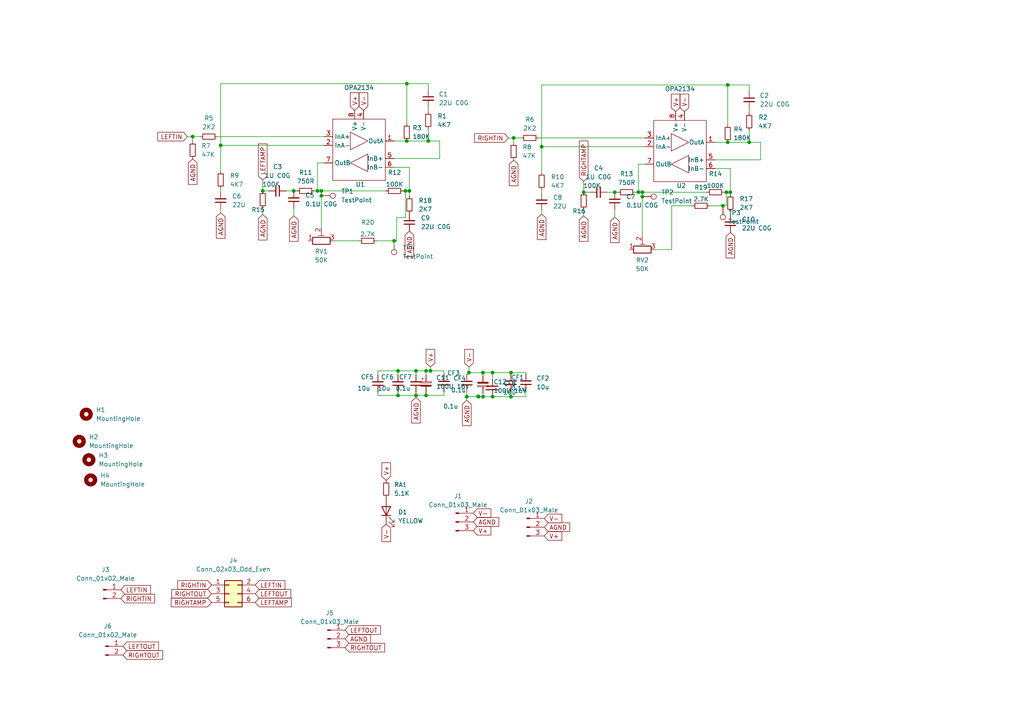
<source format=kicad_sch>
(kicad_sch (version 20211123) (generator eeschema)
  (paper "A4")
  (lib_symbols
    (symbol "Amplifier_Audio:OPA2134"
      (property "Reference" "U" (at 0 -2.54 0))
      (property "Value" "OPA2134" (at 0 0 0))
      (symbol "OPA2134_0_1"
        (rectangle (start -7.62 16.51) (end 7.62 -1.27))
        (polyline (pts (xy -2.54 12.7) (xy -2.54 7.62) (xy 2.54 10.16) (xy -2.54 12.7)))
        (polyline (pts (xy 2.54 6.35) (xy 2.54 1.27) (xy -2.54 3.81) (xy 2.54 6.35)))
      )
      (symbol "OPA2134_1_1"
        (pin output line (at 10.16 10.16 180) (length 2.54) (name "OutA") (number "1"))
        (pin input line (at -10.16 8.89 0) (length 2.54) (name "InA-") (number "2"))
        (pin input line (at -10.16 11.43 0) (length 2.54) (name "InA+") (number "3"))
        (pin input line (at 1.27 19.05 270) (length 2.54) (name "V-") (number "4"))
        (pin input line (at 10.16 5.08 180) (length 2.54) (name "InB+") (number "5"))
        (pin input line (at 10.16 2.54 180) (length 2.54) (name "InB-") (number "6"))
        (pin output line (at -10.16 3.81 0) (length 2.54) (name "OutB") (number "7"))
        (pin input line (at -1.27 19.05 270) (length 2.54) (name "V+") (number "8"))
      )
    )
    (symbol "Connector:Conn_01x02_Male" (pin_names (offset 1.016) hide)
      (property "Reference" "J" (at 0 2.54 0))
      (property "Value" "Conn_01x02_Male" (at 0 -5.08 0))
      (symbol "Conn_01x02_Male_1_1"
        (polyline (pts (xy 1.27 -2.54) (xy 0.8636 -2.54)) (stroke (width 0.1524)))
        (polyline (pts (xy 1.27 0) (xy 0.8636 0)) (stroke (width 0.1524)))
        (rectangle (start 0.8636 -2.413) (end 0 -2.667) (stroke (width 0.1524)) (fill (type outline)))
        (rectangle (start 0.8636 0.127) (end 0 -0.127) (stroke (width 0.1524)) (fill (type outline)))
        (pin passive line (at 5.08 0 180) (length 3.81) (name "Pin_1") (number "1"))
        (pin passive line (at 5.08 -2.54 180) (length 3.81) (name "Pin_2") (number "2"))
      )
    )
    (symbol "Connector:Conn_01x03_Male" (pin_names (offset 1.016) hide)
      (property "Reference" "J" (at 0 5.08 0))
      (property "Value" "Conn_01x03_Male" (at 0 -5.08 0))
      (symbol "Conn_01x03_Male_1_1"
        (polyline (pts (xy 1.27 -2.54) (xy 0.8636 -2.54)) (stroke (width 0.1524)))
        (polyline (pts (xy 1.27 0) (xy 0.8636 0)) (stroke (width 0.1524)))
        (polyline (pts (xy 1.27 2.54) (xy 0.8636 2.54)) (stroke (width 0.1524)))
        (rectangle (start 0.8636 -2.413) (end 0 -2.667) (stroke (width 0.1524)) (fill (type outline)))
        (rectangle (start 0.8636 0.127) (end 0 -0.127) (stroke (width 0.1524)) (fill (type outline)))
        (rectangle (start 0.8636 2.667) (end 0 2.413) (stroke (width 0.1524)) (fill (type outline)))
        (pin passive line (at 5.08 2.54 180) (length 3.81) (name "Pin_1") (number "1"))
        (pin passive line (at 5.08 0 180) (length 3.81) (name "Pin_2") (number "2"))
        (pin passive line (at 5.08 -2.54 180) (length 3.81) (name "Pin_3") (number "3"))
      )
    )
    (symbol "Connector:TestPoint" (pin_numbers hide) (pin_names (offset 0.762) hide)
      (property "Reference" "TP" (at 0 6.858 0))
      (property "Value" "TestPoint" (at 0 5.08 0))
      (symbol "TestPoint_0_1"
        (circle (center 0 3.302) (radius 0.762))
      )
      (symbol "TestPoint_1_1"
        (pin passive line (at 0 0 90) (length 2.54) (name "1") (number "1"))
      )
    )
    (symbol "Connector_Generic:Conn_02x03_Odd_Even" (pin_names (offset 1.016) hide)
      (property "Reference" "J" (at 1.27 5.08 0))
      (property "Value" "Conn_02x03_Odd_Even" (at 1.27 -5.08 0))
      (symbol "Conn_02x03_Odd_Even_1_1"
        (rectangle (start -1.27 -2.413) (end 0 -2.667) (stroke (width 0.1524)))
        (rectangle (start -1.27 0.127) (end 0 -0.127) (stroke (width 0.1524)))
        (rectangle (start -1.27 2.667) (end 0 2.413) (stroke (width 0.1524)))
        (rectangle (start -1.27 3.81) (end 3.81 -3.81) (stroke (width 0.254)) (fill (type background)))
        (rectangle (start 3.81 -2.413) (end 2.54 -2.667) (stroke (width 0.1524)))
        (rectangle (start 3.81 0.127) (end 2.54 -0.127) (stroke (width 0.1524)))
        (rectangle (start 3.81 2.667) (end 2.54 2.413) (stroke (width 0.1524)))
        (pin passive line (at -5.08 2.54 0) (length 3.81) (name "Pin_1") (number "1"))
        (pin passive line (at 7.62 2.54 180) (length 3.81) (name "Pin_2") (number "2"))
        (pin passive line (at -5.08 0 0) (length 3.81) (name "Pin_3") (number "3"))
        (pin passive line (at 7.62 0 180) (length 3.81) (name "Pin_4") (number "4"))
        (pin passive line (at -5.08 -2.54 0) (length 3.81) (name "Pin_5") (number "5"))
        (pin passive line (at 7.62 -2.54 180) (length 3.81) (name "Pin_6") (number "6"))
      )
    )
    (symbol "Device:C_Polarized_Small" (pin_numbers hide) (pin_names (offset 0.254) hide)
      (property "Reference" "C" (at 0.254 1.778 0))
      (property "Value" "C_Polarized_Small" (at 0.254 -2.032 0))
      (symbol "C_Polarized_Small_0_1"
        (rectangle (start -1.524 -0.3048) (end 1.524 -0.6858) (fill (type outline)))
        (rectangle (start -1.524 0.6858) (end 1.524 0.3048))
        (polyline (pts (xy -1.27 1.524) (xy -0.762 1.524)))
        (polyline (pts (xy -1.016 1.27) (xy -1.016 1.778)))
      )
      (symbol "C_Polarized_Small_1_1"
        (pin passive line (at 0 2.54 270) (length 1.8542) (name "~") (number "1"))
        (pin passive line (at 0 -2.54 90) (length 1.8542) (name "~") (number "2"))
      )
    )
    (symbol "Device:C_Small" (pin_numbers hide) (pin_names (offset 0.254) hide)
      (property "Reference" "C" (at 0.254 1.778 0))
      (property "Value" "C_Small" (at 0.254 -2.032 0))
      (symbol "C_Small_0_1"
        (polyline (pts (xy -1.524 -0.508) (xy 1.524 -0.508)) (stroke (width 0.3302)))
        (polyline (pts (xy -1.524 0.508) (xy 1.524 0.508)) (stroke (width 0.3048)))
      )
      (symbol "C_Small_1_1"
        (pin passive line (at 0 2.54 270) (length 2.032) (name "~") (number "1"))
        (pin passive line (at 0 -2.54 90) (length 2.032) (name "~") (number "2"))
      )
    )
    (symbol "Device:LED" (pin_numbers hide) (pin_names (offset 1.016) hide)
      (property "Reference" "D" (at 0 2.54 0))
      (property "Value" "LED" (at 0 -2.54 0))
      (symbol "LED_0_1"
        (polyline (pts (xy -1.27 -1.27) (xy -1.27 1.27)) (stroke (width 0.254)))
        (polyline (pts (xy -1.27 0) (xy 1.27 0)))
        (polyline (pts (xy 1.27 -1.27) (xy 1.27 1.27) (xy -1.27 0) (xy 1.27 -1.27)) (stroke (width 0.254)))
        (polyline (pts (xy -3.048 -0.762) (xy -4.572 -2.286) (xy -3.81 -2.286) (xy -4.572 -2.286) (xy -4.572 -1.524)))
        (polyline (pts (xy -1.778 -0.762) (xy -3.302 -2.286) (xy -2.54 -2.286) (xy -3.302 -2.286) (xy -3.302 -1.524)))
      )
      (symbol "LED_1_1"
        (pin passive line (at -3.81 0 0) (length 2.54) (name "K") (number "1"))
        (pin passive line (at 3.81 0 180) (length 2.54) (name "A") (number "2"))
      )
    )
    (symbol "Device:R_Potentiometer_Trim" (pin_names (offset 1.016) hide)
      (property "Reference" "RV" (at -4.445 0 90))
      (property "Value" "R_Potentiometer_Trim" (at -2.54 0 90))
      (symbol "R_Potentiometer_Trim_0_1"
        (polyline (pts (xy 1.524 0.762) (xy 1.524 -0.762)))
        (polyline (pts (xy 2.54 0) (xy 1.524 0)))
        (rectangle (start 1.016 2.54) (end -1.016 -2.54) (stroke (width 0.254)))
      )
      (symbol "R_Potentiometer_Trim_1_1"
        (pin passive line (at 0 3.81 270) (length 1.27) (name "1") (number "1"))
        (pin passive line (at 3.81 0 180) (length 1.27) (name "2") (number "2"))
        (pin passive line (at 0 -3.81 90) (length 1.27) (name "3") (number "3"))
      )
    )
    (symbol "Device:R_Small" (pin_numbers hide) (pin_names (offset 0.254) hide)
      (property "Reference" "R" (at 0.762 0.508 0))
      (property "Value" "R_Small" (at 0.762 -1.016 0))
      (symbol "R_Small_0_1"
        (rectangle (start -0.762 1.778) (end 0.762 -1.778) (stroke (width 0.2032)))
      )
      (symbol "R_Small_1_1"
        (pin passive line (at 0 2.54 270) (length 0.762) (name "~") (number "1"))
        (pin passive line (at 0 -2.54 90) (length 0.762) (name "~") (number "2"))
      )
    )
    (symbol "Mechanical:MountingHole" (pin_names (offset 1.016))
      (property "Reference" "H" (at 0 5.08 0))
      (property "Value" "MountingHole" (at 0 3.175 0))
      (symbol "MountingHole_0_1"
        (circle (center 0 0) (radius 1.27) (stroke (width 1.27)))
      )
    )
  )
  (junction (at 92.075 55.372))
  (junction (at 178.308 55.753))
  (junction (at 117.602 55.372))
  (junction (at 186.309 57.023))
  (junction (at 115.443 107.569))
  (junction (at 185.166 55.753))
  (junction (at 211.074 24.638))
  (junction (at 123.571 114.681))
  (junction (at 123.571 107.569))
  (junction (at 148.209 108.077))
  (junction (at 157.099 42.545))
  (junction (at 124.206 40.894))
  (junction (at 142.875 115.062))
  (junction (at 118.745 55.372))
  (junction (at 138.684 114.935))
  (junction (at 93.218 55.372))
  (junction (at 186.309 55.753))
  (junction (at 210.693 55.753))
  (junction (at 211.074 41.275))
  (junction (at 135.382 115.062))
  (junction (at 136.017 108.077))
  (junction (at 64.008 42.164))
  (junction (at 117.983 24.257))
  (junction (at 76.2 55.372))
  (junction (at 209.677 59.69))
  (junction (at 140.081 115.062))
  (junction (at 211.836 55.753))
  (junction (at 93.218 56.769))
  (junction (at 124.841 107.569))
  (junction (at 120.65 107.569))
  (junction (at 55.88 39.624))
  (junction (at 148.971 40.005))
  (junction (at 115.443 114.681))
  (junction (at 117.983 40.894))
  (junction (at 114.3 69.85))
  (junction (at 142.875 108.077))
  (junction (at 120.65 114.681))
  (junction (at 169.291 55.753))
  (junction (at 85.217 55.372))
  (junction (at 140.081 108.077))
  (junction (at 217.297 41.275))
  (junction (at 138.811 115.062))
  (junction (at 148.209 115.062))
  (wire (pts (xy 124.206 32.385) (xy 124.206 31.115)))
  (wire (pts (xy 117.602 55.372) (xy 118.745 55.372)))
  (wire (pts (xy 118.745 48.514) (xy 118.745 55.372)))
  (wire (pts (xy 92.075 47.244) (xy 93.98 47.244)))
  (wire (pts (xy 157.099 56.007) (xy 157.099 55.118)))
  (wire (pts (xy 178.308 62.992) (xy 178.308 60.833)))
  (wire (pts (xy 117.983 24.257) (xy 117.983 35.814)))
  (wire (pts (xy 118.745 55.372) (xy 118.745 56.896)))
  (wire (pts (xy 152.527 108.077) (xy 148.209 108.077)))
  (wire (pts (xy 185.166 55.753) (xy 185.166 47.625)))
  (wire (pts (xy 186.309 55.753) (xy 185.166 55.753)))
  (wire (pts (xy 115.062 69.85) (xy 114.3 69.85)))
  (wire (pts (xy 115.443 114.681) (xy 120.65 114.681)))
  (wire (pts (xy 136.017 108.077) (xy 140.081 108.077)))
  (wire (pts (xy 76.2 62.23) (xy 76.2 60.452)))
  (wire (pts (xy 93.218 55.372) (xy 111.887 55.372)))
  (wire (pts (xy 211.074 24.638) (xy 211.074 36.195)))
  (wire (pts (xy 114.3 45.974) (xy 127.508 45.974)))
  (wire (pts (xy 123.571 108.839) (xy 123.571 107.569)))
  (wire (pts (xy 123.571 113.919) (xy 123.571 114.681)))
  (wire (pts (xy 115.443 108.712) (xy 115.443 107.569)))
  (wire (pts (xy 185.166 47.625) (xy 187.071 47.625)))
  (wire (pts (xy 184.277 55.753) (xy 185.166 55.753)))
  (wire (pts (xy 123.571 114.681) (xy 128.778 114.681)))
  (wire (pts (xy 128.778 108.585) (xy 128.778 107.569)))
  (wire (pts (xy 140.081 114.046) (xy 140.081 115.062)))
  (wire (pts (xy 148.971 41.402) (xy 148.971 40.005)))
  (wire (pts (xy 186.309 57.023) (xy 186.309 55.753)))
  (wire (pts (xy 217.297 24.638) (xy 211.074 24.638)))
  (wire (pts (xy 169.291 62.611) (xy 169.291 60.833)))
  (wire (pts (xy 93.218 55.372) (xy 92.075 55.372)))
  (wire (pts (xy 114.3 48.514) (xy 118.745 48.514)))
  (wire (pts (xy 148.971 40.005) (xy 151.13 40.005)))
  (wire (pts (xy 127.508 40.894) (xy 127.508 45.974)))
  (wire (pts (xy 211.836 62.357) (xy 211.836 61.468)))
  (wire (pts (xy 152.527 115.062) (xy 148.209 115.062)))
  (wire (pts (xy 157.099 24.638) (xy 211.074 24.638)))
  (wire (pts (xy 117.602 55.372) (xy 117.602 63.119)))
  (wire (pts (xy 148.209 108.077) (xy 142.875 108.077)))
  (wire (pts (xy 109.601 107.569) (xy 115.443 107.569)))
  (wire (pts (xy 140.081 115.062) (xy 142.875 115.062)))
  (wire (pts (xy 83.058 55.372) (xy 85.217 55.372)))
  (wire (pts (xy 64.008 61.722) (xy 64.008 60.706)))
  (wire (pts (xy 124.841 107.569) (xy 123.571 107.569)))
  (wire (pts (xy 120.65 107.569) (xy 120.65 108.712)))
  (wire (pts (xy 109.601 114.681) (xy 115.443 114.681)))
  (wire (pts (xy 64.008 24.257) (xy 117.983 24.257)))
  (wire (pts (xy 207.391 46.355) (xy 220.599 46.355)))
  (wire (pts (xy 217.297 41.275) (xy 220.599 41.275)))
  (wire (pts (xy 63.119 39.624) (xy 93.98 39.624)))
  (wire (pts (xy 64.008 42.164) (xy 93.98 42.164)))
  (wire (pts (xy 157.099 42.545) (xy 187.071 42.545)))
  (wire (pts (xy 136.017 106.426) (xy 136.017 108.077)))
  (wire (pts (xy 138.684 114.935) (xy 138.811 115.062)))
  (wire (pts (xy 76.2 52.197) (xy 76.2 55.372)))
  (wire (pts (xy 91.186 55.372) (xy 92.075 55.372)))
  (wire (pts (xy 124.206 24.257) (xy 117.983 24.257)))
  (wire (pts (xy 124.206 37.465) (xy 124.206 40.894)))
  (wire (pts (xy 211.836 55.753) (xy 211.836 56.388)))
  (wire (pts (xy 178.308 55.753) (xy 179.197 55.753)))
  (wire (pts (xy 109.601 113.792) (xy 109.601 114.681)))
  (wire (pts (xy 109.601 108.712) (xy 109.601 107.569)))
  (wire (pts (xy 157.099 42.545) (xy 157.099 50.038)))
  (wire (pts (xy 117.983 40.894) (xy 124.206 40.894)))
  (wire (pts (xy 211.074 41.275) (xy 217.297 41.275)))
  (wire (pts (xy 136.017 108.585) (xy 135.382 108.585)))
  (wire (pts (xy 128.778 107.569) (xy 124.841 107.569)))
  (wire (pts (xy 85.217 62.611) (xy 85.217 60.452)))
  (wire (pts (xy 124.206 26.035) (xy 124.206 24.257)))
  (wire (pts (xy 156.21 40.005) (xy 187.071 40.005)))
  (wire (pts (xy 140.081 108.966) (xy 140.081 108.077)))
  (wire (pts (xy 115.062 63.119) (xy 115.062 69.85)))
  (wire (pts (xy 194.818 59.69) (xy 194.818 72.39)))
  (wire (pts (xy 93.218 56.769) (xy 93.218 66.04)))
  (wire (pts (xy 186.309 57.023) (xy 186.309 68.58)))
  (wire (pts (xy 124.206 40.894) (xy 127.508 40.894)))
  (wire (pts (xy 92.075 55.372) (xy 92.075 47.244)))
  (wire (pts (xy 157.099 62.103) (xy 157.099 61.087)))
  (wire (pts (xy 114.3 69.85) (xy 109.22 69.85)))
  (wire (pts (xy 135.382 113.665) (xy 135.382 115.062)))
  (wire (pts (xy 140.081 108.077) (xy 142.875 108.077)))
  (wire (pts (xy 148.209 108.458) (xy 148.209 108.077)))
  (wire (pts (xy 186.309 55.753) (xy 204.978 55.753)))
  (wire (pts (xy 104.14 69.85) (xy 97.028 69.85)))
  (wire (pts (xy 210.693 55.753) (xy 211.836 55.753)))
  (wire (pts (xy 64.008 42.164) (xy 64.008 49.657)))
  (wire (pts (xy 120.65 114.681) (xy 123.571 114.681)))
  (wire (pts (xy 194.818 72.39) (xy 190.119 72.39)))
  (wire (pts (xy 147.447 40.005) (xy 148.971 40.005)))
  (wire (pts (xy 220.599 41.275) (xy 220.599 46.355)))
  (wire (pts (xy 55.88 41.021) (xy 55.88 39.624)))
  (wire (pts (xy 210.693 55.753) (xy 210.693 59.69)))
  (wire (pts (xy 169.291 55.753) (xy 171.069 55.753)))
  (wire (pts (xy 217.297 26.416) (xy 217.297 24.638)))
  (wire (pts (xy 55.88 39.624) (xy 58.039 39.624)))
  (wire (pts (xy 117.602 63.119) (xy 115.062 63.119)))
  (wire (pts (xy 115.443 113.792) (xy 115.443 114.681)))
  (wire (pts (xy 114.3 40.894) (xy 117.983 40.894)))
  (wire (pts (xy 124.841 106.426) (xy 124.841 107.569)))
  (wire (pts (xy 217.297 37.846) (xy 217.297 41.275)))
  (wire (pts (xy 54.356 39.624) (xy 55.88 39.624)))
  (wire (pts (xy 152.527 108.458) (xy 152.527 108.077)))
  (wire (pts (xy 205.867 59.69) (xy 209.677 59.69)))
  (wire (pts (xy 116.967 55.372) (xy 117.602 55.372)))
  (wire (pts (xy 120.65 114.681) (xy 120.65 115.316)))
  (wire (pts (xy 64.008 42.164) (xy 64.008 24.257)))
  (wire (pts (xy 148.209 113.538) (xy 148.209 115.062)))
  (wire (pts (xy 169.291 52.578) (xy 169.291 55.753)))
  (wire (pts (xy 93.218 56.769) (xy 93.218 55.372)))
  (wire (pts (xy 152.527 113.538) (xy 152.527 115.062)))
  (wire (pts (xy 64.008 55.626) (xy 64.008 54.737)))
  (wire (pts (xy 210.693 59.69) (xy 209.677 59.69)))
  (wire (pts (xy 136.017 108.077) (xy 136.017 108.585)))
  (wire (pts (xy 210.058 55.753) (xy 210.693 55.753)))
  (wire (pts (xy 157.099 42.545) (xy 157.099 24.638)))
  (wire (pts (xy 128.778 113.665) (xy 128.778 114.681)))
  (wire (pts (xy 207.391 48.895) (xy 211.836 48.895)))
  (wire (pts (xy 142.875 109.982) (xy 142.875 108.077)))
  (wire (pts (xy 138.811 115.062) (xy 140.081 115.062)))
  (wire (pts (xy 148.209 115.062) (xy 142.875 115.062)))
  (wire (pts (xy 123.571 107.569) (xy 120.65 107.569)))
  (wire (pts (xy 217.297 32.766) (xy 217.297 31.496)))
  (wire (pts (xy 194.818 59.69) (xy 200.787 59.69)))
  (wire (pts (xy 176.149 55.753) (xy 178.308 55.753)))
  (wire (pts (xy 120.65 113.792) (xy 120.65 114.681)))
  (wire (pts (xy 135.382 115.062) (xy 138.811 115.062)))
  (wire (pts (xy 211.836 48.895) (xy 211.836 55.753)))
  (wire (pts (xy 76.2 55.372) (xy 77.978 55.372)))
  (wire (pts (xy 115.443 107.569) (xy 120.65 107.569)))
  (wire (pts (xy 135.382 115.062) (xy 135.382 116.078)))
  (wire (pts (xy 85.217 55.372) (xy 86.106 55.372)))
  (wire (pts (xy 207.391 41.275) (xy 211.074 41.275)))
  (global_label "AGND" (shape input) (at 118.745 67.056 270) (property "Intersheet References" "${INTERSHEET_REFS}" (effects hide)))
  (global_label "LEFTIN" (shape input) (at 74.041 169.672 0) (property "Intersheet References" "${INTERSHEET_REFS}" (effects hide)))
  (global_label "RIGHTOUT" (shape input) (at 35.687 189.992 0) (property "Intersheet References" "${INTERSHEET_REFS}" (effects hide)))
  (global_label "LEFTIN" (shape input) (at 54.356 39.624 180) (property "Intersheet References" "${INTERSHEET_REFS}" (effects hide)))
  (global_label "RIGHTAMP" (shape input) (at 61.341 174.752 180) (property "Intersheet References" "${INTERSHEET_REFS}" (effects hide)))
  (global_label "LEFTOUT" (shape input) (at 74.041 172.212 0) (property "Intersheet References" "${INTERSHEET_REFS}" (effects hide)))
  (global_label "AGND" (shape input) (at 55.88 46.101 270) (property "Intersheet References" "${INTERSHEET_REFS}" (effects hide)))
  (global_label "LEFTAMP" (shape input) (at 74.041 174.752 0) (property "Intersheet References" "${INTERSHEET_REFS}" (effects hide)))
  (global_label "AGND" (shape input) (at 157.861 152.908 0) (property "Intersheet References" "${INTERSHEET_REFS}" (effects hide)))
  (global_label "V-" (shape input) (at 105.41 32.004 90) (property "Intersheet References" "${INTERSHEET_REFS}" (effects hide)))
  (global_label "AGND" (shape input) (at 169.291 62.611 270) (property "Intersheet References" "${INTERSHEET_REFS}" (effects hide)))
  (global_label "AGND" (shape input) (at 178.308 62.992 270) (property "Intersheet References" "${INTERSHEET_REFS}" (effects hide)))
  (global_label "AGND" (shape input) (at 76.2 62.23 270) (property "Intersheet References" "${INTERSHEET_REFS}" (effects hide)))
  (global_label "AGND" (shape input) (at 85.217 62.611 270) (property "Intersheet References" "${INTERSHEET_REFS}" (effects hide)))
  (global_label "AGND" (shape input) (at 120.65 115.316 270) (property "Intersheet References" "${INTERSHEET_REFS}" (effects hide)))
  (global_label "LEFTAMP" (shape input) (at 76.2 52.197 90) (property "Intersheet References" "${INTERSHEET_REFS}" (effects hide)))
  (global_label "RIGHTIN" (shape input) (at 61.341 169.672 180) (property "Intersheet References" "${INTERSHEET_REFS}" (effects hide)))
  (global_label "V-" (shape input) (at 112.014 152.019 270) (property "Intersheet References" "${INTERSHEET_REFS}" (effects hide)))
  (global_label "V-" (shape input) (at 157.861 150.368 0) (property "Intersheet References" "${INTERSHEET_REFS}" (effects hide)))
  (global_label "AGND" (shape input) (at 64.008 61.722 270) (property "Intersheet References" "${INTERSHEET_REFS}" (effects hide)))
  (global_label "V-" (shape input) (at 136.017 106.426 90) (property "Intersheet References" "${INTERSHEET_REFS}" (effects hide)))
  (global_label "V+" (shape input) (at 137.287 153.924 0) (property "Intersheet References" "${INTERSHEET_REFS}" (effects hide)))
  (global_label "AGND" (shape input) (at 157.099 62.103 270) (property "Intersheet References" "${INTERSHEET_REFS}" (effects hide)))
  (global_label "RIGHTOUT" (shape input) (at 100.076 187.833 0) (property "Intersheet References" "${INTERSHEET_REFS}" (effects hide)))
  (global_label "V+" (shape input) (at 157.861 155.448 0) (property "Intersheet References" "${INTERSHEET_REFS}" (effects hide)))
  (global_label "LEFTIN" (shape input) (at 35.052 171.069 0) (property "Intersheet References" "${INTERSHEET_REFS}" (effects hide)))
  (global_label "RIGHTIN" (shape input) (at 147.447 40.005 180) (property "Intersheet References" "${INTERSHEET_REFS}" (effects hide)))
  (global_label "RIGHTIN" (shape input) (at 35.052 173.609 0) (property "Intersheet References" "${INTERSHEET_REFS}" (effects hide)))
  (global_label "V-" (shape input) (at 198.501 32.385 90) (property "Intersheet References" "${INTERSHEET_REFS}" (effects hide)))
  (global_label "RIGHTOUT" (shape input) (at 61.341 172.212 180) (property "Intersheet References" "${INTERSHEET_REFS}" (effects hide)))
  (global_label "V-" (shape input) (at 137.287 148.844 0) (property "Intersheet References" "${INTERSHEET_REFS}" (effects hide)))
  (global_label "V+" (shape input) (at 195.961 32.385 90) (property "Intersheet References" "${INTERSHEET_REFS}" (effects hide)))
  (global_label "V+" (shape input) (at 112.014 139.319 90) (property "Intersheet References" "${INTERSHEET_REFS}" (effects hide)))
  (global_label "AGND" (shape input) (at 135.382 116.078 270) (property "Intersheet References" "${INTERSHEET_REFS}" (effects hide)))
  (global_label "LEFTOUT" (shape input) (at 35.687 187.452 0) (property "Intersheet References" "${INTERSHEET_REFS}" (effects hide)))
  (global_label "AGND" (shape input) (at 100.076 185.293 0) (property "Intersheet References" "${INTERSHEET_REFS}" (effects hide)))
  (global_label "LEFTOUT" (shape input) (at 100.076 182.753 0) (property "Intersheet References" "${INTERSHEET_REFS}" (effects hide)))
  (global_label "V+" (shape input) (at 124.841 106.426 90) (property "Intersheet References" "${INTERSHEET_REFS}" (effects hide)))
  (global_label "AGND" (shape input) (at 137.287 151.384 0) (property "Intersheet References" "${INTERSHEET_REFS}" (effects hide)))
  (global_label "AGND" (shape input) (at 148.971 46.482 270) (property "Intersheet References" "${INTERSHEET_REFS}" (effects hide)))
  (global_label "V+" (shape input) (at 102.87 32.004 90) (property "Intersheet References" "${INTERSHEET_REFS}" (effects hide)))
  (global_label "RIGHTAMP" (shape input) (at 169.291 52.578 90) (property "Intersheet References" "${INTERSHEET_REFS}" (effects hide)))
  (global_label "AGND" (shape input) (at 211.836 67.437 270) (property "Intersheet References" "${INTERSHEET_REFS}" (effects hide)))
  (symbol (lib_id "Device:R_Small") (at 203.327 59.69 90) (unit 1)
    (property "Reference" "R19" (at 203.327 54.356 90))
    (property "Value" "2.7K" (at 203.327 57.785 90))
    (property "Footprint" "Resistor_SMD:R_0805_2012Metric_Pad1.20x1.40mm_HandSolder" (effects hide))
  )
  (symbol (lib_id "Device:R_Small") (at 211.836 58.928 180) (unit 1)
    (property "Reference" "R17" (at 214.503 57.6579 0) (effects (justify right)))
    (property "Value" "2K7" (at 214.503 60.1979 0) (effects (justify right)))
    (property "Footprint" "Resistor_SMD:R_0805_2012Metric_Pad1.20x1.40mm_HandSolder" (effects hide))
  )
  (symbol (lib_id "Connector:Conn_01x03_Male") (at 132.207 151.384 0) (unit 1)
    (property "Reference" "J1" (at 132.842 143.891 0))
    (property "Value" "Conn_01x03_Male" (at 132.842 146.431 0))
    (property "Footprint" "Connector_JST:JST_PH_B3B-PH-K_1x03_P2.00mm_Vertical" (effects hide))
  )
  (symbol (lib_id "Device:C_Polarized_Small") (at 123.571 111.379 0) (unit 1)
    (property "Reference" "C11" (at 126.492 109.5628 0) (effects (justify left)))
    (property "Value" "100U 16V" (at 126.492 112.1028 0) (effects (justify left)))
    (property "Footprint" "Capacitor_THT:CP_Radial_D6.3mm_P2.50mm" (effects hide))
  )
  (symbol (lib_id "Device:R_Small") (at 148.971 43.942 180) (unit 1)
    (property "Reference" "R8" (at 151.511 42.6719 0) (effects (justify right)))
    (property "Value" "47K" (at 151.511 45.2119 0) (effects (justify right)))
    (property "Footprint" "Resistor_SMD:R_0805_2012Metric_Pad1.20x1.40mm_HandSolder" (effects hide))
  )
  (symbol (lib_id "Mechanical:MountingHole") (at 22.987 128.016 0) (unit 1)
    (property "Reference" "H2" (at 25.781 126.7459 0) (effects (justify left)))
    (property "Value" "MountingHole" (at 25.781 129.2859 0) (effects (justify left)))
    (property "Footprint" "MountingHole:MountingHole_3.2mm_M3" (effects hide))
  )
  (symbol (lib_id "Device:R_Small") (at 60.579 39.624 90) (unit 1)
    (property "Reference" "R5" (at 60.579 34.29 90))
    (property "Value" "2K2" (at 60.579 36.83 90))
    (property "Footprint" "Resistor_SMD:R_0805_2012Metric_Pad1.20x1.40mm_HandSolder" (effects hide))
  )
  (symbol (lib_id "Device:C_Polarized_Small") (at 140.081 111.506 180) (unit 1)
    (property "Reference" "C12" (at 143.129 110.782 0) (effects (justify right)))
    (property "Value" "100U 16V" (at 143.129 113.322 0) (effects (justify right)))
    (property "Footprint" "Capacitor_THT:CP_Radial_D6.3mm_P2.50mm" (effects hide))
  )
  (symbol (lib_id "Connector:TestPoint") (at 93.218 56.769 270) (unit 1)
    (property "Reference" "TP1" (at 98.933 55.4989 90) (effects (justify left)))
    (property "Value" "TestPoint" (at 98.933 58.0389 90) (effects (justify left)))
    (property "Footprint" "TestPoint:TestPoint_THTPad_1.5x1.5mm_Drill0.7mm" (effects hide))
  )
  (symbol (lib_id "Device:R_Small") (at 55.88 43.561 180) (unit 1)
    (property "Reference" "R7" (at 58.42 42.2909 0) (effects (justify right)))
    (property "Value" "47K" (at 58.42 44.8309 0) (effects (justify right)))
    (property "Footprint" "Resistor_SMD:R_0805_2012Metric_Pad1.20x1.40mm_HandSolder" (effects hide))
  )
  (symbol (lib_id "Device:C_Small") (at 217.297 28.956 0) (unit 1)
    (property "Reference" "C2" (at 220.345 27.6922 0) (effects (justify left)))
    (property "Value" "22U C0G" (at 220.345 30.2322 0) (effects (justify left)))
    (property "Footprint" "Capacitor_THT:CP_Radial_D5.0mm_P2.00mm" (effects hide))
  )
  (symbol (lib_id "Device:R_Small") (at 64.008 52.197 180) (unit 1)
    (property "Reference" "R9" (at 66.675 50.9269 0) (effects (justify right)))
    (property "Value" "4K7" (at 66.675 53.4669 0) (effects (justify right)))
    (property "Footprint" "Resistor_SMD:R_0805_2012Metric_Pad1.20x1.40mm_HandSolder" (effects hide))
  )
  (symbol (lib_id "Device:R_Small") (at 124.206 34.925 180) (unit 1)
    (property "Reference" "R1" (at 126.873 33.6549 0) (effects (justify right)))
    (property "Value" "4K7" (at 126.873 36.1949 0) (effects (justify right)))
    (property "Footprint" "Resistor_SMD:R_0805_2012Metric_Pad1.20x1.40mm_HandSolder" (effects hide))
  )
  (symbol (lib_id "Connector:Conn_01x02_Male") (at 29.972 171.069 0) (unit 1)
    (property "Reference" "J3" (at 30.607 165.227 0))
    (property "Value" "Conn_01x02_Male" (at 30.607 167.767 0))
    (property "Footprint" "Connector_JST:JST_PH_B2B-PH-K_1x02_P2.00mm_Vertical" (effects hide))
  )
  (symbol (lib_id "Device:R_Small") (at 211.074 38.735 0) (unit 1)
    (property "Reference" "R4" (at 212.725 37.4649 0) (effects (justify left)))
    (property "Value" "180K" (at 212.725 40.0049 0) (effects (justify left)))
    (property "Footprint" "Resistor_SMD:R_0805_2012Metric_Pad1.20x1.40mm_HandSolder" (effects hide))
  )
  (symbol (lib_id "Device:R_Small") (at 114.427 55.372 90) (unit 1)
    (property "Reference" "R12" (at 114.427 50.038 90))
    (property "Value" "100K" (at 114.427 53.467 90))
    (property "Footprint" "Resistor_SMD:R_0805_2012Metric_Pad1.20x1.40mm_HandSolder" (effects hide))
  )
  (symbol (lib_id "Device:C_Small") (at 80.518 55.372 270) (unit 1)
    (property "Reference" "C3" (at 80.5116 48.387 90))
    (property "Value" "1U C0G" (at 80.5116 50.927 90))
    (property "Footprint" "Capacitor_THT:CP_Radial_D5.0mm_P2.00mm" (effects hide))
  )
  (symbol (lib_id "Device:R_Small") (at 106.68 69.85 90) (unit 1)
    (property "Reference" "R20" (at 106.68 64.516 90))
    (property "Value" "2.7K" (at 106.68 67.945 90))
    (property "Footprint" "Resistor_SMD:R_0805_2012Metric_Pad1.20x1.40mm_HandSolder" (effects hide))
  )
  (symbol (lib_id "Mechanical:MountingHole") (at 26.289 139.192 0) (unit 1)
    (property "Reference" "H4" (at 29.083 137.9219 0) (effects (justify left)))
    (property "Value" "MountingHole" (at 29.083 140.4619 0) (effects (justify left)))
    (property "Footprint" "MountingHole:MountingHole_3.2mm_M3" (effects hide))
  )
  (symbol (lib_id "Device:R_Small") (at 112.014 141.859 180) (unit 1)
    (property "Reference" "RA1" (at 114.3 140.5889 0) (effects (justify right)))
    (property "Value" "5.1K" (at 114.3 143.1289 0) (effects (justify right)))
    (property "Footprint" "Resistor_SMD:R_0603_1608Metric" (effects hide))
  )
  (symbol (lib_id "Device:C_Small") (at 178.308 58.293 180) (unit 1)
    (property "Reference" "C7" (at 181.61 57.0165 0) (effects (justify right)))
    (property "Value" "0.1U C0G" (at 181.61 59.5565 0) (effects (justify right)))
    (property "Footprint" "Capacitor_SMD:C_1206_3216Metric_Pad1.33x1.80mm_HandSolder" (effects hide))
  )
  (symbol (lib_id "Device:R_Small") (at 153.67 40.005 90) (unit 1)
    (property "Reference" "R6" (at 153.67 34.671 90))
    (property "Value" "2K2" (at 153.67 37.211 90))
    (property "Footprint" "Resistor_SMD:R_0805_2012Metric_Pad1.20x1.40mm_HandSolder" (effects hide))
  )
  (symbol (lib_id "Device:LED") (at 112.014 148.209 90) (unit 1)
    (property "Reference" "D1" (at 115.443 148.5264 90) (effects (justify right)))
    (property "Value" "YELLOW" (at 115.443 151.0664 90) (effects (justify right)))
    (property "Footprint" "LED_SMD:LED_0805_2012Metric_Pad1.15x1.40mm_HandSolder" (effects hide))
  )
  (symbol (lib_id "Device:C_Small") (at 173.609 55.753 270) (unit 1)
    (property "Reference" "C4" (at 173.6026 48.768 90))
    (property "Value" "1U C0G" (at 173.6026 51.308 90))
    (property "Footprint" "Capacitor_THT:CP_Radial_D5.0mm_P2.00mm" (effects hide))
  )
  (symbol (lib_id "Device:R_Potentiometer_Trim") (at 93.218 69.85 90) (unit 1)
    (property "Reference" "RV1" (at 93.218 72.898 90))
    (property "Value" "50K" (at 93.218 75.438 90))
    (property "Footprint" "Potentiometer_THT:Potentiometer_Bourns_3296W_Vertical" (effects hide))
  )
  (symbol (lib_id "Device:R_Potentiometer_Trim") (at 186.309 72.39 90) (unit 1)
    (property "Reference" "RV2" (at 186.309 75.438 90))
    (property "Value" "50K" (at 186.309 77.978 90))
    (property "Footprint" "Potentiometer_THT:Potentiometer_Bourns_3296W_Vertical" (effects hide))
  )
  (symbol (lib_id "Device:C_Small") (at 109.601 111.252 180) (unit 1)
    (property "Reference" "CF5" (at 104.648 109.347 0) (effects (justify right)))
    (property "Value" "10u" (at 103.632 112.649 0) (effects (justify right)))
    (property "Footprint" "Capacitor_SMD:C_1206_3216Metric_Pad1.33x1.80mm_HandSolder" (effects hide))
  )
  (symbol (lib_id "Device:R_Small") (at 118.745 59.436 180) (unit 1)
    (property "Reference" "R18" (at 121.412 58.1659 0) (effects (justify right)))
    (property "Value" "2K7" (at 121.412 60.7059 0) (effects (justify right)))
    (property "Footprint" "Resistor_SMD:R_0805_2012Metric_Pad1.20x1.40mm_HandSolder" (effects hide))
  )
  (symbol (lib_id "Mechanical:MountingHole") (at 25.781 133.35 0) (unit 1)
    (property "Reference" "H3" (at 28.575 132.0799 0) (effects (justify left)))
    (property "Value" "MountingHole" (at 28.575 134.6199 0) (effects (justify left)))
    (property "Footprint" "MountingHole:MountingHole_3.2mm_M3" (effects hide))
  )
  (symbol (lib_id "Device:C_Small") (at 211.836 64.897 180) (unit 1)
    (property "Reference" "C10" (at 215.138 63.6205 0) (effects (justify right)))
    (property "Value" "22U C0G" (at 215.138 66.1605 0) (effects (justify right)))
    (property "Footprint" "Capacitor_THT:CP_Radial_D5.0mm_P2.00mm" (effects hide))
  )
  (symbol (lib_id "Mechanical:MountingHole") (at 25.019 120.142 0) (unit 1)
    (property "Reference" "H1" (at 27.813 118.8719 0) (effects (justify left)))
    (property "Value" "MountingHole" (at 27.813 121.4119 0) (effects (justify left)))
    (property "Footprint" "MountingHole:MountingHole_3.2mm_M3" (effects hide))
  )
  (symbol (lib_id "Device:R_Small") (at 169.291 58.293 180) (unit 1)
    (property "Reference" "R16" (at 165.989 61.214 0) (effects (justify right)))
    (property "Value" "100K" (at 169.164 53.848 0) (effects (justify right)))
    (property "Footprint" "Resistor_SMD:R_0805_2012Metric_Pad1.20x1.40mm_HandSolder" (effects hide))
  )
  (symbol (lib_id "Amplifier_Audio:OPA2134") (at 197.231 51.435 0) (unit 1)
    (property "Reference" "U2" (at 197.612 53.848 0))
    (property "Value" "OPA2134" (at 197.231 25.781 0))
    (property "Footprint" "Package_DIP:DIP-8_W7.62mm_Socket" (effects hide))
  )
  (symbol (lib_id "Device:R_Small") (at 88.646 55.372 90) (unit 1)
    (property "Reference" "R11" (at 88.646 50.038 90))
    (property "Value" "750R" (at 88.646 52.578 90))
    (property "Footprint" "Resistor_SMD:R_0805_2012Metric_Pad1.20x1.40mm_HandSolder" (effects hide))
  )
  (symbol (lib_id "Device:C_Small") (at 152.527 110.998 180) (unit 1)
    (property "Reference" "CF2" (at 155.575 109.7215 0) (effects (justify right)))
    (property "Value" "10u" (at 155.575 112.2615 0) (effects (justify right)))
    (property "Footprint" "Capacitor_SMD:C_1206_3216Metric_Pad1.33x1.80mm_HandSolder" (effects hide))
  )
  (symbol (lib_id "Connector_Generic:Conn_02x03_Odd_Even") (at 66.421 172.212 0) (unit 1)
    (property "Reference" "J4" (at 67.691 162.56 0))
    (property "Value" "Conn_02x03_Odd_Even" (at 67.691 165.1 0))
    (property "Footprint" "Connector_PinHeader_2.54mm:PinHeader_2x03_P2.54mm_Vertical" (effects hide))
  )
  (symbol (lib_id "Device:R_Small") (at 157.099 52.578 180) (unit 1)
    (property "Reference" "R10" (at 159.766 51.3079 0) (effects (justify right)))
    (property "Value" "4K7" (at 159.766 53.8479 0) (effects (justify right)))
    (property "Footprint" "Resistor_SMD:R_0805_2012Metric_Pad1.20x1.40mm_HandSolder" (effects hide))
  )
  (symbol (lib_id "Device:C_Small") (at 120.65 111.252 180) (unit 1)
    (property "Reference" "CF7" (at 115.697 109.347 0) (effects (justify right)))
    (property "Value" "0.1u" (at 114.681 112.649 0) (effects (justify right)))
    (property "Footprint" "Capacitor_SMD:C_0805_2012Metric_Pad1.18x1.45mm_HandSolder" (effects hide))
  )
  (symbol (lib_id "Device:C_Small") (at 148.209 110.998 180) (unit 1)
    (property "Reference" "CF1" (at 148.209 109.474 0) (effects (justify right)))
    (property "Value" "0.1u" (at 148.209 112.649 0) (effects (justify right)))
    (property "Footprint" "Capacitor_SMD:C_0805_2012Metric_Pad1.18x1.45mm_HandSolder" (effects hide))
  )
  (symbol (lib_id "Connector:TestPoint") (at 114.3 69.85 180) (unit 1)
    (property "Reference" "TP4" (at 116.713 71.8819 0) (effects (justify right)))
    (property "Value" "TestPoint" (at 116.713 74.4219 0) (effects (justify right)))
    (property "Footprint" "TestPoint:TestPoint_THTPad_1.5x1.5mm_Drill0.7mm" (effects hide))
  )
  (symbol (lib_id "Device:C_Small") (at 157.099 58.547 180) (unit 1)
    (property "Reference" "C8" (at 160.401 57.2705 0) (effects (justify right)))
    (property "Value" "22U" (at 160.401 59.8105 0) (effects (justify right)))
    (property "Footprint" "Capacitor_THT:CP_Radial_D5.0mm_P2.00mm" (effects hide))
  )
  (symbol (lib_id "Device:C_Small") (at 118.745 64.516 180) (unit 1)
    (property "Reference" "C9" (at 122.047 63.2395 0) (effects (justify right)))
    (property "Value" "22U C0G" (at 122.047 65.7795 0) (effects (justify right)))
    (property "Footprint" "Capacitor_THT:CP_Radial_D5.0mm_P2.00mm" (effects hide))
  )
  (symbol (lib_id "Device:R_Small") (at 117.983 38.354 0) (unit 1)
    (property "Reference" "R3" (at 119.634 37.0839 0) (effects (justify left)))
    (property "Value" "180K" (at 119.634 39.6239 0) (effects (justify left)))
    (property "Footprint" "Resistor_SMD:R_0805_2012Metric_Pad1.20x1.40mm_HandSolder" (effects hide))
  )
  (symbol (lib_id "Device:C_Small") (at 128.778 111.125 180) (unit 1)
    (property "Reference" "CF3" (at 129.667 108.204 0) (effects (justify right)))
    (property "Value" "0.1u" (at 128.524 117.856 0) (effects (justify right)))
    (property "Footprint" "Capacitor_SMD:C_0805_2012Metric_Pad1.18x1.45mm_HandSolder" (effects hide))
  )
  (symbol (lib_id "Device:R_Small") (at 76.2 57.912 180) (unit 1)
    (property "Reference" "R15" (at 72.898 60.833 0) (effects (justify right)))
    (property "Value" "100K" (at 76.073 53.467 0) (effects (justify right)))
    (property "Footprint" "Resistor_SMD:R_0805_2012Metric_Pad1.20x1.40mm_HandSolder" (effects hide))
  )
  (symbol (lib_id "Connector:Conn_01x03_Male") (at 152.781 152.908 0) (unit 1)
    (property "Reference" "J2" (at 153.416 145.415 0))
    (property "Value" "Conn_01x03_Male" (at 153.416 147.955 0))
    (property "Footprint" "Connector_JST:JST_PH_B3B-PH-K_1x03_P2.00mm_Vertical" (effects hide))
  )
  (symbol (lib_id "Connector:Conn_01x02_Male") (at 30.607 187.452 0) (unit 1)
    (property "Reference" "J6" (at 31.242 181.61 0))
    (property "Value" "Conn_01x02_Male" (at 31.242 184.15 0))
    (property "Footprint" "Connector_JST:JST_PH_B2B-PH-K_1x02_P2.00mm_Vertical" (effects hide))
  )
  (symbol (lib_id "Device:C_Small") (at 115.443 111.252 180) (unit 1)
    (property "Reference" "CF6" (at 110.49 109.347 0) (effects (justify right)))
    (property "Value" "10u" (at 109.474 112.649 0) (effects (justify right)))
    (property "Footprint" "Capacitor_SMD:C_1206_3216Metric_Pad1.33x1.80mm_HandSolder" (effects hide))
  )
  (symbol (lib_id "Connector:Conn_01x03_Male") (at 94.996 185.293 0) (unit 1)
    (property "Reference" "J5" (at 95.631 177.8 0))
    (property "Value" "Conn_01x03_Male" (at 95.631 180.34 0))
    (property "Footprint" "Connector_PinHeader_2.54mm:PinHeader_1x03_P2.54mm_Vertical" (effects hide))
  )
  (symbol (lib_id "Device:C_Small") (at 142.875 112.522 180) (unit 1)
    (property "Reference" "CF8" (at 145.923 111.2455 0) (effects (justify right)))
    (property "Value" "10u" (at 145.923 113.7855 0) (effects (justify right)))
    (property "Footprint" "Capacitor_SMD:C_1206_3216Metric_Pad1.33x1.80mm_HandSolder" (effects hide))
  )
  (symbol (lib_id "Device:C_Small") (at 124.206 28.575 0) (unit 1)
    (property "Reference" "C1" (at 127.254 27.3112 0) (effects (justify left)))
    (property "Value" "22U C0G" (at 127.254 29.8512 0) (effects (justify left)))
    (property "Footprint" "Capacitor_THT:CP_Radial_D5.0mm_P2.00mm" (effects hide))
  )
  (symbol (lib_id "Device:R_Small") (at 217.297 35.306 180) (unit 1)
    (property "Reference" "R2" (at 219.964 34.0359 0) (effects (justify right)))
    (property "Value" "4K7" (at 219.964 36.5759 0) (effects (justify right)))
    (property "Footprint" "Resistor_SMD:R_0805_2012Metric_Pad1.20x1.40mm_HandSolder" (effects hide))
  )
  (symbol (lib_id "Device:C_Small") (at 85.217 57.912 180) (unit 1)
    (property "Reference" "C5" (at 88.519 56.6355 0) (effects (justify right)))
    (property "Value" "0.1U C0G" (at 88.519 59.1755 0) (effects (justify right)))
    (property "Footprint" "Capacitor_SMD:C_1206_3216Metric_Pad1.33x1.80mm_HandSolder" (effects hide))
  )
  (symbol (lib_id "Device:R_Small") (at 181.737 55.753 90) (unit 1)
    (property "Reference" "R13" (at 181.737 50.419 90))
    (property "Value" "750R" (at 181.737 52.959 90))
    (property "Footprint" "Resistor_SMD:R_0805_2012Metric_Pad1.20x1.40mm_HandSolder" (effects hide))
  )
  (symbol (lib_id "Device:C_Small") (at 64.008 58.166 180) (unit 1)
    (property "Reference" "C6" (at 67.31 56.8895 0) (effects (justify right)))
    (property "Value" "22U" (at 67.31 59.4295 0) (effects (justify right)))
    (property "Footprint" "Capacitor_THT:CP_Radial_D5.0mm_P2.00mm" (effects hide))
  )
  (symbol (lib_id "Device:R_Small") (at 207.518 55.753 90) (unit 1)
    (property "Reference" "R14" (at 207.518 50.419 90))
    (property "Value" "100K" (at 207.518 53.848 90))
    (property "Footprint" "Resistor_SMD:R_0805_2012Metric_Pad1.20x1.40mm_HandSolder" (effects hide))
  )
  (symbol (lib_id "Connector:TestPoint") (at 186.309 57.023 270) (unit 1)
    (property "Reference" "TP2" (at 191.77 55.7529 90) (effects (justify left)))
    (property "Value" "TestPoint" (at 191.77 58.2929 90) (effects (justify left)))
    (property "Footprint" "TestPoint:TestPoint_THTPad_1.5x1.5mm_Drill0.7mm" (effects hide))
  )
  (symbol (lib_id "Device:C_Small") (at 135.382 111.125 180) (unit 1)
    (property "Reference" "CF4" (at 131.445 109.728 0) (effects (justify right)))
    (property "Value" "0.1u" (at 130.81 113.157 0) (effects (justify right)))
    (property "Footprint" "Capacitor_SMD:C_0805_2012Metric_Pad1.18x1.45mm_HandSolder" (effects hide))
  )
  (symbol (lib_id "Connector:TestPoint") (at 209.677 59.69 180) (unit 1)
    (property "Reference" "TP3" (at 211.201 61.7219 0) (effects (justify right)))
    (property "Value" "TestPoint" (at 211.201 64.2619 0) (effects (justify right)))
    (property "Footprint" "TestPoint:TestPoint_THTPad_1.5x1.5mm_Drill0.7mm" (effects hide))
  )
  (symbol (lib_id "Amplifier_Audio:OPA2134") (at 104.14 51.054 0) (unit 1)
    (property "Reference" "U1" (at 104.521 53.467 0))
    (property "Value" "OPA2134" (at 104.14 25.4 0))
    (property "Footprint" "Package_DIP:DIP-8_W7.62mm_Socket" (effects hide))
  )
)
</source>
